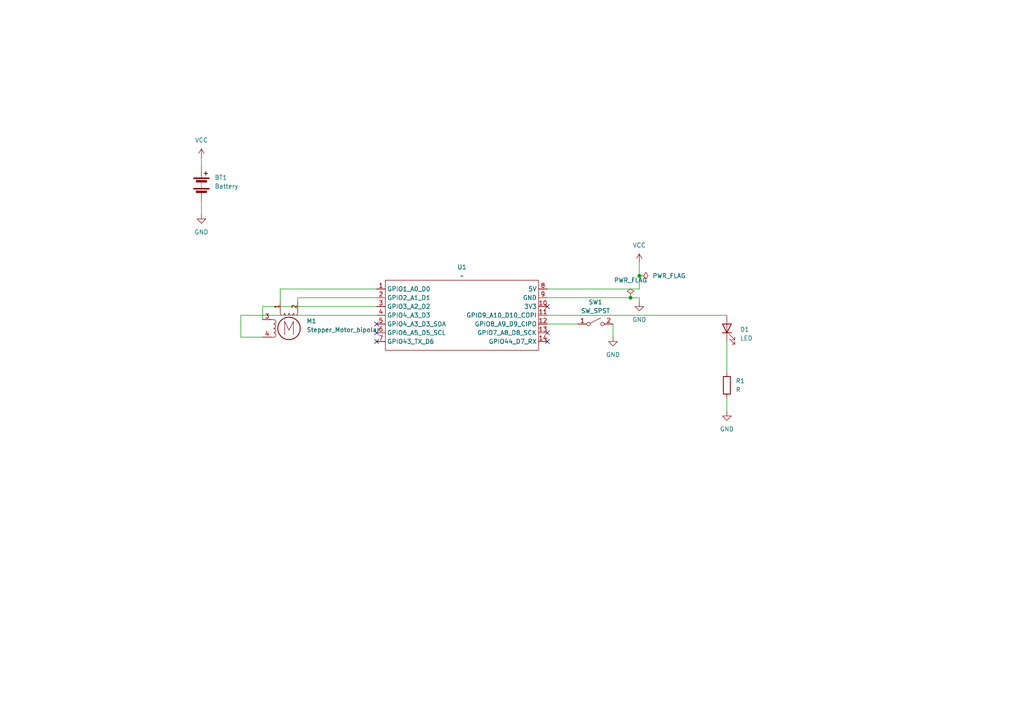
<source format=kicad_sch>
(kicad_sch
	(version 20231120)
	(generator "eeschema")
	(generator_version "8.0")
	(uuid "836a51f0-5fad-43c3-a02c-9e28275cbb77")
	(paper "A4")
	(title_block
		(title "display pcb")
		(date "2025-01-23")
		(rev "v1.0")
		(company "Lily Qin")
	)
	(lib_symbols
		(symbol "Device:Battery"
			(pin_numbers hide)
			(pin_names
				(offset 0) hide)
			(exclude_from_sim no)
			(in_bom yes)
			(on_board yes)
			(property "Reference" "BT"
				(at 2.54 2.54 0)
				(effects
					(font
						(size 1.27 1.27)
					)
					(justify left)
				)
			)
			(property "Value" "Battery"
				(at 2.54 0 0)
				(effects
					(font
						(size 1.27 1.27)
					)
					(justify left)
				)
			)
			(property "Footprint" ""
				(at 0 1.524 90)
				(effects
					(font
						(size 1.27 1.27)
					)
					(hide yes)
				)
			)
			(property "Datasheet" "~"
				(at 0 1.524 90)
				(effects
					(font
						(size 1.27 1.27)
					)
					(hide yes)
				)
			)
			(property "Description" "Multiple-cell battery"
				(at 0 0 0)
				(effects
					(font
						(size 1.27 1.27)
					)
					(hide yes)
				)
			)
			(property "ki_keywords" "batt voltage-source cell"
				(at 0 0 0)
				(effects
					(font
						(size 1.27 1.27)
					)
					(hide yes)
				)
			)
			(symbol "Battery_0_1"
				(rectangle
					(start -2.286 -1.27)
					(end 2.286 -1.524)
					(stroke
						(width 0)
						(type default)
					)
					(fill
						(type outline)
					)
				)
				(rectangle
					(start -2.286 1.778)
					(end 2.286 1.524)
					(stroke
						(width 0)
						(type default)
					)
					(fill
						(type outline)
					)
				)
				(rectangle
					(start -1.524 -2.032)
					(end 1.524 -2.54)
					(stroke
						(width 0)
						(type default)
					)
					(fill
						(type outline)
					)
				)
				(rectangle
					(start -1.524 1.016)
					(end 1.524 0.508)
					(stroke
						(width 0)
						(type default)
					)
					(fill
						(type outline)
					)
				)
				(polyline
					(pts
						(xy 0 -1.016) (xy 0 -0.762)
					)
					(stroke
						(width 0)
						(type default)
					)
					(fill
						(type none)
					)
				)
				(polyline
					(pts
						(xy 0 -0.508) (xy 0 -0.254)
					)
					(stroke
						(width 0)
						(type default)
					)
					(fill
						(type none)
					)
				)
				(polyline
					(pts
						(xy 0 0) (xy 0 0.254)
					)
					(stroke
						(width 0)
						(type default)
					)
					(fill
						(type none)
					)
				)
				(polyline
					(pts
						(xy 0 1.778) (xy 0 2.54)
					)
					(stroke
						(width 0)
						(type default)
					)
					(fill
						(type none)
					)
				)
				(polyline
					(pts
						(xy 0.762 3.048) (xy 1.778 3.048)
					)
					(stroke
						(width 0.254)
						(type default)
					)
					(fill
						(type none)
					)
				)
				(polyline
					(pts
						(xy 1.27 3.556) (xy 1.27 2.54)
					)
					(stroke
						(width 0.254)
						(type default)
					)
					(fill
						(type none)
					)
				)
			)
			(symbol "Battery_1_1"
				(pin passive line
					(at 0 5.08 270)
					(length 2.54)
					(name "+"
						(effects
							(font
								(size 1.27 1.27)
							)
						)
					)
					(number "1"
						(effects
							(font
								(size 1.27 1.27)
							)
						)
					)
				)
				(pin passive line
					(at 0 -5.08 90)
					(length 2.54)
					(name "-"
						(effects
							(font
								(size 1.27 1.27)
							)
						)
					)
					(number "2"
						(effects
							(font
								(size 1.27 1.27)
							)
						)
					)
				)
			)
		)
		(symbol "Device:LED"
			(pin_numbers hide)
			(pin_names
				(offset 1.016) hide)
			(exclude_from_sim no)
			(in_bom yes)
			(on_board yes)
			(property "Reference" "D"
				(at 0 2.54 0)
				(effects
					(font
						(size 1.27 1.27)
					)
				)
			)
			(property "Value" "LED"
				(at 0 -2.54 0)
				(effects
					(font
						(size 1.27 1.27)
					)
				)
			)
			(property "Footprint" ""
				(at 0 0 0)
				(effects
					(font
						(size 1.27 1.27)
					)
					(hide yes)
				)
			)
			(property "Datasheet" "~"
				(at 0 0 0)
				(effects
					(font
						(size 1.27 1.27)
					)
					(hide yes)
				)
			)
			(property "Description" "Light emitting diode"
				(at 0 0 0)
				(effects
					(font
						(size 1.27 1.27)
					)
					(hide yes)
				)
			)
			(property "ki_keywords" "LED diode"
				(at 0 0 0)
				(effects
					(font
						(size 1.27 1.27)
					)
					(hide yes)
				)
			)
			(property "ki_fp_filters" "LED* LED_SMD:* LED_THT:*"
				(at 0 0 0)
				(effects
					(font
						(size 1.27 1.27)
					)
					(hide yes)
				)
			)
			(symbol "LED_0_1"
				(polyline
					(pts
						(xy -1.27 -1.27) (xy -1.27 1.27)
					)
					(stroke
						(width 0.254)
						(type default)
					)
					(fill
						(type none)
					)
				)
				(polyline
					(pts
						(xy -1.27 0) (xy 1.27 0)
					)
					(stroke
						(width 0)
						(type default)
					)
					(fill
						(type none)
					)
				)
				(polyline
					(pts
						(xy 1.27 -1.27) (xy 1.27 1.27) (xy -1.27 0) (xy 1.27 -1.27)
					)
					(stroke
						(width 0.254)
						(type default)
					)
					(fill
						(type none)
					)
				)
				(polyline
					(pts
						(xy -3.048 -0.762) (xy -4.572 -2.286) (xy -3.81 -2.286) (xy -4.572 -2.286) (xy -4.572 -1.524)
					)
					(stroke
						(width 0)
						(type default)
					)
					(fill
						(type none)
					)
				)
				(polyline
					(pts
						(xy -1.778 -0.762) (xy -3.302 -2.286) (xy -2.54 -2.286) (xy -3.302 -2.286) (xy -3.302 -1.524)
					)
					(stroke
						(width 0)
						(type default)
					)
					(fill
						(type none)
					)
				)
			)
			(symbol "LED_1_1"
				(pin passive line
					(at -3.81 0 0)
					(length 2.54)
					(name "K"
						(effects
							(font
								(size 1.27 1.27)
							)
						)
					)
					(number "1"
						(effects
							(font
								(size 1.27 1.27)
							)
						)
					)
				)
				(pin passive line
					(at 3.81 0 180)
					(length 2.54)
					(name "A"
						(effects
							(font
								(size 1.27 1.27)
							)
						)
					)
					(number "2"
						(effects
							(font
								(size 1.27 1.27)
							)
						)
					)
				)
			)
		)
		(symbol "Device:R"
			(pin_numbers hide)
			(pin_names
				(offset 0)
			)
			(exclude_from_sim no)
			(in_bom yes)
			(on_board yes)
			(property "Reference" "R"
				(at 2.032 0 90)
				(effects
					(font
						(size 1.27 1.27)
					)
				)
			)
			(property "Value" "R"
				(at 0 0 90)
				(effects
					(font
						(size 1.27 1.27)
					)
				)
			)
			(property "Footprint" ""
				(at -1.778 0 90)
				(effects
					(font
						(size 1.27 1.27)
					)
					(hide yes)
				)
			)
			(property "Datasheet" "~"
				(at 0 0 0)
				(effects
					(font
						(size 1.27 1.27)
					)
					(hide yes)
				)
			)
			(property "Description" "Resistor"
				(at 0 0 0)
				(effects
					(font
						(size 1.27 1.27)
					)
					(hide yes)
				)
			)
			(property "ki_keywords" "R res resistor"
				(at 0 0 0)
				(effects
					(font
						(size 1.27 1.27)
					)
					(hide yes)
				)
			)
			(property "ki_fp_filters" "R_*"
				(at 0 0 0)
				(effects
					(font
						(size 1.27 1.27)
					)
					(hide yes)
				)
			)
			(symbol "R_0_1"
				(rectangle
					(start -1.016 -2.54)
					(end 1.016 2.54)
					(stroke
						(width 0.254)
						(type default)
					)
					(fill
						(type none)
					)
				)
			)
			(symbol "R_1_1"
				(pin passive line
					(at 0 3.81 270)
					(length 1.27)
					(name "~"
						(effects
							(font
								(size 1.27 1.27)
							)
						)
					)
					(number "1"
						(effects
							(font
								(size 1.27 1.27)
							)
						)
					)
				)
				(pin passive line
					(at 0 -3.81 90)
					(length 1.27)
					(name "~"
						(effects
							(font
								(size 1.27 1.27)
							)
						)
					)
					(number "2"
						(effects
							(font
								(size 1.27 1.27)
							)
						)
					)
				)
			)
		)
		(symbol "Motor:Stepper_Motor_bipolar"
			(pin_names
				(offset 0) hide)
			(exclude_from_sim no)
			(in_bom yes)
			(on_board yes)
			(property "Reference" "M"
				(at 3.81 2.54 0)
				(effects
					(font
						(size 1.27 1.27)
					)
					(justify left)
				)
			)
			(property "Value" "Stepper_Motor_bipolar"
				(at 3.81 1.27 0)
				(effects
					(font
						(size 1.27 1.27)
					)
					(justify left top)
				)
			)
			(property "Footprint" ""
				(at 0.254 -0.254 0)
				(effects
					(font
						(size 1.27 1.27)
					)
					(hide yes)
				)
			)
			(property "Datasheet" "http://www.infineon.com/dgdl/Application-Note-TLE8110EE_driving_UniPolarStepperMotor_V1.1.pdf?fileId=db3a30431be39b97011be5d0aa0a00b0"
				(at 0.254 -0.254 0)
				(effects
					(font
						(size 1.27 1.27)
					)
					(hide yes)
				)
			)
			(property "Description" "4-wire bipolar stepper motor"
				(at 0 0 0)
				(effects
					(font
						(size 1.27 1.27)
					)
					(hide yes)
				)
			)
			(property "ki_keywords" "bipolar stepper motor"
				(at 0 0 0)
				(effects
					(font
						(size 1.27 1.27)
					)
					(hide yes)
				)
			)
			(property "ki_fp_filters" "PinHeader*P2.54mm*Vertical* TerminalBlock* Motor*"
				(at 0 0 0)
				(effects
					(font
						(size 1.27 1.27)
					)
					(hide yes)
				)
			)
			(symbol "Stepper_Motor_bipolar_0_0"
				(polyline
					(pts
						(xy -1.27 -1.778) (xy -1.27 2.032) (xy 0 -0.508) (xy 1.27 2.032) (xy 1.27 -1.778)
					)
					(stroke
						(width 0)
						(type default)
					)
					(fill
						(type none)
					)
				)
			)
			(symbol "Stepper_Motor_bipolar_0_1"
				(arc
					(start -4.445 -2.54)
					(mid -3.8127 -1.905)
					(end -4.445 -1.27)
					(stroke
						(width 0)
						(type default)
					)
					(fill
						(type none)
					)
				)
				(arc
					(start -4.445 -1.27)
					(mid -3.8127 -0.635)
					(end -4.445 0)
					(stroke
						(width 0)
						(type default)
					)
					(fill
						(type none)
					)
				)
				(arc
					(start -4.445 0)
					(mid -3.8127 0.635)
					(end -4.445 1.27)
					(stroke
						(width 0)
						(type default)
					)
					(fill
						(type none)
					)
				)
				(arc
					(start -4.445 1.27)
					(mid -3.8127 1.905)
					(end -4.445 2.54)
					(stroke
						(width 0)
						(type default)
					)
					(fill
						(type none)
					)
				)
				(arc
					(start -2.54 4.445)
					(mid -1.905 3.8127)
					(end -1.27 4.445)
					(stroke
						(width 0)
						(type default)
					)
					(fill
						(type none)
					)
				)
				(arc
					(start -1.27 4.445)
					(mid -0.635 3.8127)
					(end 0 4.445)
					(stroke
						(width 0)
						(type default)
					)
					(fill
						(type none)
					)
				)
				(polyline
					(pts
						(xy -5.08 -2.54) (xy -4.445 -2.54)
					)
					(stroke
						(width 0)
						(type default)
					)
					(fill
						(type none)
					)
				)
				(polyline
					(pts
						(xy -5.08 2.54) (xy -4.445 2.54)
					)
					(stroke
						(width 0)
						(type default)
					)
					(fill
						(type none)
					)
				)
				(polyline
					(pts
						(xy -2.54 5.08) (xy -2.54 4.445)
					)
					(stroke
						(width 0)
						(type default)
					)
					(fill
						(type none)
					)
				)
				(polyline
					(pts
						(xy 2.54 5.08) (xy 2.54 4.445)
					)
					(stroke
						(width 0)
						(type default)
					)
					(fill
						(type none)
					)
				)
				(circle
					(center 0 0)
					(radius 3.2512)
					(stroke
						(width 0.254)
						(type default)
					)
					(fill
						(type none)
					)
				)
				(arc
					(start 0 4.445)
					(mid 0.635 3.8127)
					(end 1.27 4.445)
					(stroke
						(width 0)
						(type default)
					)
					(fill
						(type none)
					)
				)
				(arc
					(start 1.27 4.445)
					(mid 1.905 3.8127)
					(end 2.54 4.445)
					(stroke
						(width 0)
						(type default)
					)
					(fill
						(type none)
					)
				)
			)
			(symbol "Stepper_Motor_bipolar_1_1"
				(pin passive line
					(at -2.54 7.62 270)
					(length 2.54)
					(name "~"
						(effects
							(font
								(size 1.27 1.27)
							)
						)
					)
					(number "1"
						(effects
							(font
								(size 1.27 1.27)
							)
						)
					)
				)
				(pin passive line
					(at 2.54 7.62 270)
					(length 2.54)
					(name "-"
						(effects
							(font
								(size 1.27 1.27)
							)
						)
					)
					(number "2"
						(effects
							(font
								(size 1.27 1.27)
							)
						)
					)
				)
				(pin passive line
					(at -7.62 2.54 0)
					(length 2.54)
					(name "~"
						(effects
							(font
								(size 1.27 1.27)
							)
						)
					)
					(number "3"
						(effects
							(font
								(size 1.27 1.27)
							)
						)
					)
				)
				(pin passive line
					(at -7.62 -2.54 0)
					(length 2.54)
					(name "~"
						(effects
							(font
								(size 1.27 1.27)
							)
						)
					)
					(number "4"
						(effects
							(font
								(size 1.27 1.27)
							)
						)
					)
				)
			)
		)
		(symbol "Switch:SW_SPST"
			(pin_names
				(offset 0) hide)
			(exclude_from_sim no)
			(in_bom yes)
			(on_board yes)
			(property "Reference" "SW"
				(at 0 3.175 0)
				(effects
					(font
						(size 1.27 1.27)
					)
				)
			)
			(property "Value" "SW_SPST"
				(at 0 -2.54 0)
				(effects
					(font
						(size 1.27 1.27)
					)
				)
			)
			(property "Footprint" ""
				(at 0 0 0)
				(effects
					(font
						(size 1.27 1.27)
					)
					(hide yes)
				)
			)
			(property "Datasheet" "~"
				(at 0 0 0)
				(effects
					(font
						(size 1.27 1.27)
					)
					(hide yes)
				)
			)
			(property "Description" "Single Pole Single Throw (SPST) switch"
				(at 0 0 0)
				(effects
					(font
						(size 1.27 1.27)
					)
					(hide yes)
				)
			)
			(property "ki_keywords" "switch lever"
				(at 0 0 0)
				(effects
					(font
						(size 1.27 1.27)
					)
					(hide yes)
				)
			)
			(symbol "SW_SPST_0_0"
				(circle
					(center -2.032 0)
					(radius 0.508)
					(stroke
						(width 0)
						(type default)
					)
					(fill
						(type none)
					)
				)
				(polyline
					(pts
						(xy -1.524 0.254) (xy 1.524 1.778)
					)
					(stroke
						(width 0)
						(type default)
					)
					(fill
						(type none)
					)
				)
				(circle
					(center 2.032 0)
					(radius 0.508)
					(stroke
						(width 0)
						(type default)
					)
					(fill
						(type none)
					)
				)
			)
			(symbol "SW_SPST_1_1"
				(pin passive line
					(at -5.08 0 0)
					(length 2.54)
					(name "A"
						(effects
							(font
								(size 1.27 1.27)
							)
						)
					)
					(number "1"
						(effects
							(font
								(size 1.27 1.27)
							)
						)
					)
				)
				(pin passive line
					(at 5.08 0 180)
					(length 2.54)
					(name "B"
						(effects
							(font
								(size 1.27 1.27)
							)
						)
					)
					(number "2"
						(effects
							(font
								(size 1.27 1.27)
							)
						)
					)
				)
			)
		)
		(symbol "XIAO_DEMO:XIAO_ESP32_SENSE"
			(exclude_from_sim no)
			(in_bom yes)
			(on_board yes)
			(property "Reference" "U"
				(at 0 0 0)
				(effects
					(font
						(size 1.27 1.27)
					)
				)
			)
			(property "Value" ""
				(at 0 0 0)
				(effects
					(font
						(size 1.27 1.27)
					)
				)
			)
			(property "Footprint" ""
				(at 0 0 0)
				(effects
					(font
						(size 1.27 1.27)
					)
					(hide yes)
				)
			)
			(property "Datasheet" ""
				(at 0 0 0)
				(effects
					(font
						(size 1.27 1.27)
					)
					(hide yes)
				)
			)
			(property "Description" ""
				(at 0 0 0)
				(effects
					(font
						(size 1.27 1.27)
					)
					(hide yes)
				)
			)
			(symbol "XIAO_ESP32_SENSE_0_1"
				(polyline
					(pts
						(xy -20.32 8.89) (xy -20.32 -11.43) (xy 24.13 -11.43) (xy 24.13 8.89) (xy -20.32 8.89)
					)
					(stroke
						(width 0)
						(type default)
					)
					(fill
						(type none)
					)
				)
			)
			(symbol "XIAO_ESP32_SENSE_1_1"
				(pin bidirectional line
					(at -22.86 6.35 0)
					(length 2.54)
					(name "GPIO1_A0_D0"
						(effects
							(font
								(size 1.27 1.27)
							)
						)
					)
					(number "1"
						(effects
							(font
								(size 1.27 1.27)
							)
						)
					)
				)
				(pin bidirectional line
					(at 26.67 1.27 180)
					(length 2.54)
					(name "3V3"
						(effects
							(font
								(size 1.27 1.27)
							)
						)
					)
					(number "10"
						(effects
							(font
								(size 1.27 1.27)
							)
						)
					)
				)
				(pin bidirectional line
					(at 26.67 -1.27 180)
					(length 2.54)
					(name "GPIO9_A10_D10_COPI"
						(effects
							(font
								(size 1.27 1.27)
							)
						)
					)
					(number "11"
						(effects
							(font
								(size 1.27 1.27)
							)
						)
					)
				)
				(pin bidirectional line
					(at 26.67 -3.81 180)
					(length 2.54)
					(name "GPIO8_A9_D9_CIPO"
						(effects
							(font
								(size 1.27 1.27)
							)
						)
					)
					(number "12"
						(effects
							(font
								(size 1.27 1.27)
							)
						)
					)
				)
				(pin bidirectional line
					(at 26.67 -6.35 180)
					(length 2.54)
					(name "GPIO7_A8_D8_SCK"
						(effects
							(font
								(size 1.27 1.27)
							)
						)
					)
					(number "13"
						(effects
							(font
								(size 1.27 1.27)
							)
						)
					)
				)
				(pin bidirectional line
					(at 26.67 -8.89 180)
					(length 2.54)
					(name "GPIO44_D7_RX"
						(effects
							(font
								(size 1.27 1.27)
							)
						)
					)
					(number "14"
						(effects
							(font
								(size 1.27 1.27)
							)
						)
					)
				)
				(pin bidirectional line
					(at -22.86 3.81 0)
					(length 2.54)
					(name "GPIO2_A1_D1"
						(effects
							(font
								(size 1.27 1.27)
							)
						)
					)
					(number "2"
						(effects
							(font
								(size 1.27 1.27)
							)
						)
					)
				)
				(pin bidirectional line
					(at -22.86 1.27 0)
					(length 2.54)
					(name "GPIO3_A2_D2"
						(effects
							(font
								(size 1.27 1.27)
							)
						)
					)
					(number "3"
						(effects
							(font
								(size 1.27 1.27)
							)
						)
					)
				)
				(pin bidirectional line
					(at -22.86 -1.27 0)
					(length 2.54)
					(name "GPIO4_A3_D3"
						(effects
							(font
								(size 1.27 1.27)
							)
						)
					)
					(number "4"
						(effects
							(font
								(size 1.27 1.27)
							)
						)
					)
				)
				(pin bidirectional line
					(at -22.86 -3.81 0)
					(length 2.54)
					(name "GPIO4_A3_D3_SDA"
						(effects
							(font
								(size 1.27 1.27)
							)
						)
					)
					(number "5"
						(effects
							(font
								(size 1.27 1.27)
							)
						)
					)
				)
				(pin bidirectional line
					(at -22.86 -6.35 0)
					(length 2.54)
					(name "GPIO6_A5_D5_SCL"
						(effects
							(font
								(size 1.27 1.27)
							)
						)
					)
					(number "6"
						(effects
							(font
								(size 1.27 1.27)
							)
						)
					)
				)
				(pin bidirectional line
					(at -22.86 -8.89 0)
					(length 2.54)
					(name "GPIO43_TX_D6"
						(effects
							(font
								(size 1.27 1.27)
							)
						)
					)
					(number "7"
						(effects
							(font
								(size 1.27 1.27)
							)
						)
					)
				)
				(pin bidirectional line
					(at 26.67 6.35 180)
					(length 2.54)
					(name "5V"
						(effects
							(font
								(size 1.27 1.27)
							)
						)
					)
					(number "8"
						(effects
							(font
								(size 1.27 1.27)
							)
						)
					)
				)
				(pin bidirectional line
					(at 26.67 3.81 180)
					(length 2.54)
					(name "GND"
						(effects
							(font
								(size 1.27 1.27)
							)
						)
					)
					(number "9"
						(effects
							(font
								(size 1.27 1.27)
							)
						)
					)
				)
			)
		)
		(symbol "power:GND"
			(power)
			(pin_numbers hide)
			(pin_names
				(offset 0) hide)
			(exclude_from_sim no)
			(in_bom yes)
			(on_board yes)
			(property "Reference" "#PWR"
				(at 0 -6.35 0)
				(effects
					(font
						(size 1.27 1.27)
					)
					(hide yes)
				)
			)
			(property "Value" "GND"
				(at 0 -3.81 0)
				(effects
					(font
						(size 1.27 1.27)
					)
				)
			)
			(property "Footprint" ""
				(at 0 0 0)
				(effects
					(font
						(size 1.27 1.27)
					)
					(hide yes)
				)
			)
			(property "Datasheet" ""
				(at 0 0 0)
				(effects
					(font
						(size 1.27 1.27)
					)
					(hide yes)
				)
			)
			(property "Description" "Power symbol creates a global label with name \"GND\" , ground"
				(at 0 0 0)
				(effects
					(font
						(size 1.27 1.27)
					)
					(hide yes)
				)
			)
			(property "ki_keywords" "global power"
				(at 0 0 0)
				(effects
					(font
						(size 1.27 1.27)
					)
					(hide yes)
				)
			)
			(symbol "GND_0_1"
				(polyline
					(pts
						(xy 0 0) (xy 0 -1.27) (xy 1.27 -1.27) (xy 0 -2.54) (xy -1.27 -1.27) (xy 0 -1.27)
					)
					(stroke
						(width 0)
						(type default)
					)
					(fill
						(type none)
					)
				)
			)
			(symbol "GND_1_1"
				(pin power_in line
					(at 0 0 270)
					(length 0)
					(name "~"
						(effects
							(font
								(size 1.27 1.27)
							)
						)
					)
					(number "1"
						(effects
							(font
								(size 1.27 1.27)
							)
						)
					)
				)
			)
		)
		(symbol "power:PWR_FLAG"
			(power)
			(pin_numbers hide)
			(pin_names
				(offset 0) hide)
			(exclude_from_sim no)
			(in_bom yes)
			(on_board yes)
			(property "Reference" "#FLG"
				(at 0 1.905 0)
				(effects
					(font
						(size 1.27 1.27)
					)
					(hide yes)
				)
			)
			(property "Value" "PWR_FLAG"
				(at 0 3.81 0)
				(effects
					(font
						(size 1.27 1.27)
					)
				)
			)
			(property "Footprint" ""
				(at 0 0 0)
				(effects
					(font
						(size 1.27 1.27)
					)
					(hide yes)
				)
			)
			(property "Datasheet" "~"
				(at 0 0 0)
				(effects
					(font
						(size 1.27 1.27)
					)
					(hide yes)
				)
			)
			(property "Description" "Special symbol for telling ERC where power comes from"
				(at 0 0 0)
				(effects
					(font
						(size 1.27 1.27)
					)
					(hide yes)
				)
			)
			(property "ki_keywords" "flag power"
				(at 0 0 0)
				(effects
					(font
						(size 1.27 1.27)
					)
					(hide yes)
				)
			)
			(symbol "PWR_FLAG_0_0"
				(pin power_out line
					(at 0 0 90)
					(length 0)
					(name "~"
						(effects
							(font
								(size 1.27 1.27)
							)
						)
					)
					(number "1"
						(effects
							(font
								(size 1.27 1.27)
							)
						)
					)
				)
			)
			(symbol "PWR_FLAG_0_1"
				(polyline
					(pts
						(xy 0 0) (xy 0 1.27) (xy -1.016 1.905) (xy 0 2.54) (xy 1.016 1.905) (xy 0 1.27)
					)
					(stroke
						(width 0)
						(type default)
					)
					(fill
						(type none)
					)
				)
			)
		)
		(symbol "power:VCC"
			(power)
			(pin_numbers hide)
			(pin_names
				(offset 0) hide)
			(exclude_from_sim no)
			(in_bom yes)
			(on_board yes)
			(property "Reference" "#PWR"
				(at 0 -3.81 0)
				(effects
					(font
						(size 1.27 1.27)
					)
					(hide yes)
				)
			)
			(property "Value" "VCC"
				(at 0 3.556 0)
				(effects
					(font
						(size 1.27 1.27)
					)
				)
			)
			(property "Footprint" ""
				(at 0 0 0)
				(effects
					(font
						(size 1.27 1.27)
					)
					(hide yes)
				)
			)
			(property "Datasheet" ""
				(at 0 0 0)
				(effects
					(font
						(size 1.27 1.27)
					)
					(hide yes)
				)
			)
			(property "Description" "Power symbol creates a global label with name \"VCC\""
				(at 0 0 0)
				(effects
					(font
						(size 1.27 1.27)
					)
					(hide yes)
				)
			)
			(property "ki_keywords" "global power"
				(at 0 0 0)
				(effects
					(font
						(size 1.27 1.27)
					)
					(hide yes)
				)
			)
			(symbol "VCC_0_1"
				(polyline
					(pts
						(xy -0.762 1.27) (xy 0 2.54)
					)
					(stroke
						(width 0)
						(type default)
					)
					(fill
						(type none)
					)
				)
				(polyline
					(pts
						(xy 0 0) (xy 0 2.54)
					)
					(stroke
						(width 0)
						(type default)
					)
					(fill
						(type none)
					)
				)
				(polyline
					(pts
						(xy 0 2.54) (xy 0.762 1.27)
					)
					(stroke
						(width 0)
						(type default)
					)
					(fill
						(type none)
					)
				)
			)
			(symbol "VCC_1_1"
				(pin power_in line
					(at 0 0 90)
					(length 0)
					(name "~"
						(effects
							(font
								(size 1.27 1.27)
							)
						)
					)
					(number "1"
						(effects
							(font
								(size 1.27 1.27)
							)
						)
					)
				)
			)
		)
	)
	(junction
		(at 182.88 86.36)
		(diameter 0)
		(color 0 0 0 0)
		(uuid "740d3ba4-5e7c-4af2-8ab4-6a9569539995")
	)
	(junction
		(at 185.42 80.01)
		(diameter 0)
		(color 0 0 0 0)
		(uuid "75517763-ae57-45cd-936b-addb7245452f")
	)
	(no_connect
		(at 158.75 88.9)
		(uuid "3b820bc9-16f9-436b-8095-af48e9c21d56")
	)
	(no_connect
		(at 109.22 99.06)
		(uuid "9604fbb6-c6f4-4a4f-9d28-9dac5e2a7eda")
	)
	(no_connect
		(at 158.75 96.52)
		(uuid "9e959a4e-bdcd-4de1-9a94-e9158eaad92c")
	)
	(no_connect
		(at 109.22 96.52)
		(uuid "b9f9e3a6-7162-47ae-8964-2918da4042ab")
	)
	(no_connect
		(at 158.75 99.06)
		(uuid "c8b9cfb8-c01a-4aa3-a8a4-9eddbd58113c")
	)
	(no_connect
		(at 109.22 93.98)
		(uuid "f74bbf64-f719-42e2-b3e0-20bc0a5525e9")
	)
	(wire
		(pts
			(xy 58.42 58.42) (xy 58.42 62.23)
		)
		(stroke
			(width 0)
			(type default)
		)
		(uuid "08c9df45-dc23-4f99-81d7-71e43d55e3b9")
	)
	(wire
		(pts
			(xy 158.75 86.36) (xy 182.88 86.36)
		)
		(stroke
			(width 0)
			(type default)
		)
		(uuid "1cc254cb-ac11-4969-8412-850a21b6c812")
	)
	(wire
		(pts
			(xy 182.88 86.36) (xy 185.42 86.36)
		)
		(stroke
			(width 0)
			(type default)
		)
		(uuid "283f6696-b70d-43f5-8230-f37c6642528f")
	)
	(wire
		(pts
			(xy 81.28 87.63) (xy 81.28 83.82)
		)
		(stroke
			(width 0)
			(type default)
		)
		(uuid "2c74f2ad-24b9-43fe-819d-d1411c2f912d")
	)
	(wire
		(pts
			(xy 69.85 97.79) (xy 69.85 91.44)
		)
		(stroke
			(width 0)
			(type default)
		)
		(uuid "53d85d01-716b-430d-91ee-c38f1a9a2780")
	)
	(wire
		(pts
			(xy 210.82 99.06) (xy 210.82 107.95)
		)
		(stroke
			(width 0)
			(type default)
		)
		(uuid "552cebd1-a414-48ae-ad1e-a208c7235ac2")
	)
	(wire
		(pts
			(xy 58.42 45.72) (xy 58.42 48.26)
		)
		(stroke
			(width 0)
			(type default)
		)
		(uuid "58b89719-a211-4c2c-aca6-a30711c3e96b")
	)
	(wire
		(pts
			(xy 76.2 88.9) (xy 109.22 88.9)
		)
		(stroke
			(width 0)
			(type default)
		)
		(uuid "5c7518a4-0ccf-4a8b-9adc-200e6d736b25")
	)
	(wire
		(pts
			(xy 185.42 76.2) (xy 185.42 80.01)
		)
		(stroke
			(width 0)
			(type default)
		)
		(uuid "61d29899-0412-4d53-8938-b80340346afe")
	)
	(wire
		(pts
			(xy 86.36 87.63) (xy 86.36 86.36)
		)
		(stroke
			(width 0)
			(type default)
		)
		(uuid "6ab3b017-f583-4fc6-846d-7b88dfbc423b")
	)
	(wire
		(pts
			(xy 69.85 91.44) (xy 109.22 91.44)
		)
		(stroke
			(width 0)
			(type default)
		)
		(uuid "717a49cf-f333-45ed-a764-0689ddd1a852")
	)
	(wire
		(pts
			(xy 76.2 97.79) (xy 69.85 97.79)
		)
		(stroke
			(width 0)
			(type default)
		)
		(uuid "800d92c0-c630-4a15-931c-bca61cd133c8")
	)
	(wire
		(pts
			(xy 185.42 86.36) (xy 185.42 87.63)
		)
		(stroke
			(width 0)
			(type default)
		)
		(uuid "92e1c12a-c3b9-4b3a-8449-156acca17ef0")
	)
	(wire
		(pts
			(xy 81.28 83.82) (xy 109.22 83.82)
		)
		(stroke
			(width 0)
			(type default)
		)
		(uuid "94625547-d4cf-412b-8790-f4c6248e86a3")
	)
	(wire
		(pts
			(xy 158.75 93.98) (xy 167.64 93.98)
		)
		(stroke
			(width 0)
			(type default)
		)
		(uuid "9e921683-543a-4e33-b5a1-fc3885c62b54")
	)
	(wire
		(pts
			(xy 158.75 83.82) (xy 185.42 83.82)
		)
		(stroke
			(width 0)
			(type default)
		)
		(uuid "9ec29112-1689-4be2-9435-30c066a17bd7")
	)
	(wire
		(pts
			(xy 76.2 92.71) (xy 76.2 88.9)
		)
		(stroke
			(width 0)
			(type default)
		)
		(uuid "b03d21c2-ddc3-41f3-aa00-664f26a07120")
	)
	(wire
		(pts
			(xy 86.36 86.36) (xy 109.22 86.36)
		)
		(stroke
			(width 0)
			(type default)
		)
		(uuid "b8883c07-714e-4b53-902c-05a6c1d4884d")
	)
	(wire
		(pts
			(xy 177.8 93.98) (xy 177.8 97.79)
		)
		(stroke
			(width 0)
			(type default)
		)
		(uuid "b9b58723-fb54-4482-b9ad-811398e6bdc8")
	)
	(wire
		(pts
			(xy 210.82 115.57) (xy 210.82 119.38)
		)
		(stroke
			(width 0)
			(type default)
		)
		(uuid "c6affcc3-f80c-4034-b47f-25675ab02bff")
	)
	(wire
		(pts
			(xy 185.42 80.01) (xy 185.42 83.82)
		)
		(stroke
			(width 0)
			(type default)
		)
		(uuid "caa43e00-0e83-43f1-8233-e4219458bf2d")
	)
	(wire
		(pts
			(xy 158.75 91.44) (xy 210.82 91.44)
		)
		(stroke
			(width 0)
			(type default)
		)
		(uuid "f5bcda22-faea-49c6-86ae-701a42613696")
	)
	(symbol
		(lib_id "Device:R")
		(at 210.82 111.76 0)
		(unit 1)
		(exclude_from_sim no)
		(in_bom yes)
		(on_board yes)
		(dnp no)
		(fields_autoplaced yes)
		(uuid "0e36e7dd-0460-46be-ae6e-f5835c1d37e3")
		(property "Reference" "R1"
			(at 213.36 110.4899 0)
			(effects
				(font
					(size 1.27 1.27)
				)
				(justify left)
			)
		)
		(property "Value" "R"
			(at 213.36 113.0299 0)
			(effects
				(font
					(size 1.27 1.27)
				)
				(justify left)
			)
		)
		(property "Footprint" "Resistor_SMD:R_0805_2012Metric_Pad1.20x1.40mm_HandSolder"
			(at 209.042 111.76 90)
			(effects
				(font
					(size 1.27 1.27)
				)
				(hide yes)
			)
		)
		(property "Datasheet" "~"
			(at 210.82 111.76 0)
			(effects
				(font
					(size 1.27 1.27)
				)
				(hide yes)
			)
		)
		(property "Description" "Resistor"
			(at 210.82 111.76 0)
			(effects
				(font
					(size 1.27 1.27)
				)
				(hide yes)
			)
		)
		(pin "1"
			(uuid "9cec071b-0049-4d9f-b506-5b6904801359")
		)
		(pin "2"
			(uuid "54ee412c-e3a1-476f-b888-8193938dbd3b")
		)
		(instances
			(project ""
				(path "/836a51f0-5fad-43c3-a02c-9e28275cbb77"
					(reference "R1")
					(unit 1)
				)
			)
		)
	)
	(symbol
		(lib_id "Device:Battery")
		(at 58.42 53.34 0)
		(unit 1)
		(exclude_from_sim no)
		(in_bom yes)
		(on_board yes)
		(dnp no)
		(fields_autoplaced yes)
		(uuid "0e55fb27-ca4b-40eb-8d76-66b516727b2d")
		(property "Reference" "BT1"
			(at 62.23 51.4984 0)
			(effects
				(font
					(size 1.27 1.27)
				)
				(justify left)
			)
		)
		(property "Value" "Battery"
			(at 62.23 54.0384 0)
			(effects
				(font
					(size 1.27 1.27)
				)
				(justify left)
			)
		)
		(property "Footprint" "Connector_JST:JST_PH_B2B-PH-K_1x02_P2.00mm_Vertical"
			(at 58.42 51.816 90)
			(effects
				(font
					(size 1.27 1.27)
				)
				(hide yes)
			)
		)
		(property "Datasheet" "~"
			(at 58.42 51.816 90)
			(effects
				(font
					(size 1.27 1.27)
				)
				(hide yes)
			)
		)
		(property "Description" "Multiple-cell battery"
			(at 58.42 53.34 0)
			(effects
				(font
					(size 1.27 1.27)
				)
				(hide yes)
			)
		)
		(pin "1"
			(uuid "afa1d3c1-4ff5-4d29-b1ff-7d711cfbb476")
		)
		(pin "2"
			(uuid "7500508d-50f0-43c7-ba40-9f4ab68e1f0f")
		)
		(instances
			(project ""
				(path "/836a51f0-5fad-43c3-a02c-9e28275cbb77"
					(reference "BT1")
					(unit 1)
				)
			)
		)
	)
	(symbol
		(lib_id "power:VCC")
		(at 58.42 45.72 0)
		(unit 1)
		(exclude_from_sim no)
		(in_bom yes)
		(on_board yes)
		(dnp no)
		(fields_autoplaced yes)
		(uuid "1c2e6bee-a50a-4e38-9b40-a721c7242965")
		(property "Reference" "#PWR04"
			(at 58.42 49.53 0)
			(effects
				(font
					(size 1.27 1.27)
				)
				(hide yes)
			)
		)
		(property "Value" "VCC"
			(at 58.42 40.64 0)
			(effects
				(font
					(size 1.27 1.27)
				)
			)
		)
		(property "Footprint" ""
			(at 58.42 45.72 0)
			(effects
				(font
					(size 1.27 1.27)
				)
				(hide yes)
			)
		)
		(property "Datasheet" ""
			(at 58.42 45.72 0)
			(effects
				(font
					(size 1.27 1.27)
				)
				(hide yes)
			)
		)
		(property "Description" "Power symbol creates a global label with name \"VCC\""
			(at 58.42 45.72 0)
			(effects
				(font
					(size 1.27 1.27)
				)
				(hide yes)
			)
		)
		(pin "1"
			(uuid "c54ab112-c2c5-4213-9621-770190e326ce")
		)
		(instances
			(project "514_final_sensor_pcb"
				(path "/836a51f0-5fad-43c3-a02c-9e28275cbb77"
					(reference "#PWR04")
					(unit 1)
				)
			)
		)
	)
	(symbol
		(lib_id "power:GND")
		(at 58.42 62.23 0)
		(unit 1)
		(exclude_from_sim no)
		(in_bom yes)
		(on_board yes)
		(dnp no)
		(fields_autoplaced yes)
		(uuid "1d0fa02c-253e-4318-8f1d-f752f364de9f")
		(property "Reference" "#PWR05"
			(at 58.42 68.58 0)
			(effects
				(font
					(size 1.27 1.27)
				)
				(hide yes)
			)
		)
		(property "Value" "GND"
			(at 58.42 67.31 0)
			(effects
				(font
					(size 1.27 1.27)
				)
			)
		)
		(property "Footprint" ""
			(at 58.42 62.23 0)
			(effects
				(font
					(size 1.27 1.27)
				)
				(hide yes)
			)
		)
		(property "Datasheet" ""
			(at 58.42 62.23 0)
			(effects
				(font
					(size 1.27 1.27)
				)
				(hide yes)
			)
		)
		(property "Description" "Power symbol creates a global label with name \"GND\" , ground"
			(at 58.42 62.23 0)
			(effects
				(font
					(size 1.27 1.27)
				)
				(hide yes)
			)
		)
		(pin "1"
			(uuid "3e085fba-da1d-4edc-8048-7d39ed5f7e2b")
		)
		(instances
			(project "514_final_sensor_pcb"
				(path "/836a51f0-5fad-43c3-a02c-9e28275cbb77"
					(reference "#PWR05")
					(unit 1)
				)
			)
		)
	)
	(symbol
		(lib_id "power:PWR_FLAG")
		(at 185.42 80.01 270)
		(unit 1)
		(exclude_from_sim no)
		(in_bom yes)
		(on_board yes)
		(dnp no)
		(fields_autoplaced yes)
		(uuid "2ce9ae5c-2c68-4915-bd1f-05c6d2aea205")
		(property "Reference" "#FLG01"
			(at 187.325 80.01 0)
			(effects
				(font
					(size 1.27 1.27)
				)
				(hide yes)
			)
		)
		(property "Value" "PWR_FLAG"
			(at 189.23 80.0099 90)
			(effects
				(font
					(size 1.27 1.27)
				)
				(justify left)
			)
		)
		(property "Footprint" ""
			(at 185.42 80.01 0)
			(effects
				(font
					(size 1.27 1.27)
				)
				(hide yes)
			)
		)
		(property "Datasheet" "~"
			(at 185.42 80.01 0)
			(effects
				(font
					(size 1.27 1.27)
				)
				(hide yes)
			)
		)
		(property "Description" "Special symbol for telling ERC where power comes from"
			(at 185.42 80.01 0)
			(effects
				(font
					(size 1.27 1.27)
				)
				(hide yes)
			)
		)
		(pin "1"
			(uuid "fc77e8e8-92c0-4c90-bc3e-b1dfd02ac662")
		)
		(instances
			(project ""
				(path "/836a51f0-5fad-43c3-a02c-9e28275cbb77"
					(reference "#FLG01")
					(unit 1)
				)
			)
		)
	)
	(symbol
		(lib_id "power:VCC")
		(at 185.42 76.2 0)
		(unit 1)
		(exclude_from_sim no)
		(in_bom yes)
		(on_board yes)
		(dnp no)
		(fields_autoplaced yes)
		(uuid "717ab59d-15f4-41eb-8fd6-d4b86277cb3a")
		(property "Reference" "#PWR01"
			(at 185.42 80.01 0)
			(effects
				(font
					(size 1.27 1.27)
				)
				(hide yes)
			)
		)
		(property "Value" "VCC"
			(at 185.42 71.12 0)
			(effects
				(font
					(size 1.27 1.27)
				)
			)
		)
		(property "Footprint" ""
			(at 185.42 76.2 0)
			(effects
				(font
					(size 1.27 1.27)
				)
				(hide yes)
			)
		)
		(property "Datasheet" ""
			(at 185.42 76.2 0)
			(effects
				(font
					(size 1.27 1.27)
				)
				(hide yes)
			)
		)
		(property "Description" "Power symbol creates a global label with name \"VCC\""
			(at 185.42 76.2 0)
			(effects
				(font
					(size 1.27 1.27)
				)
				(hide yes)
			)
		)
		(pin "1"
			(uuid "daa1ef1e-c3a3-4557-b729-6385991b87fe")
		)
		(instances
			(project ""
				(path "/836a51f0-5fad-43c3-a02c-9e28275cbb77"
					(reference "#PWR01")
					(unit 1)
				)
			)
		)
	)
	(symbol
		(lib_id "XIAO_DEMO:XIAO_ESP32_SENSE")
		(at 132.08 90.17 0)
		(unit 1)
		(exclude_from_sim no)
		(in_bom yes)
		(on_board yes)
		(dnp no)
		(fields_autoplaced yes)
		(uuid "840bf87e-b941-425b-aeb9-2bf29637cb2c")
		(property "Reference" "U1"
			(at 133.985 77.47 0)
			(effects
				(font
					(size 1.27 1.27)
				)
			)
		)
		(property "Value" "~"
			(at 133.985 80.01 0)
			(effects
				(font
					(size 1.27 1.27)
				)
			)
		)
		(property "Footprint" "demo_xiao:XIAO_ESP32_SENSE"
			(at 132.08 90.17 0)
			(effects
				(font
					(size 1.27 1.27)
				)
				(hide yes)
			)
		)
		(property "Datasheet" ""
			(at 132.08 90.17 0)
			(effects
				(font
					(size 1.27 1.27)
				)
				(hide yes)
			)
		)
		(property "Description" ""
			(at 132.08 90.17 0)
			(effects
				(font
					(size 1.27 1.27)
				)
				(hide yes)
			)
		)
		(pin "7"
			(uuid "e6852ddb-a1b2-4a63-a849-726dc89fcb90")
		)
		(pin "12"
			(uuid "8a6bacfd-2e8e-4990-a837-59d5ededa2a5")
		)
		(pin "8"
			(uuid "e3bcd411-2b9c-42c5-b825-d1e54b342ba6")
		)
		(pin "13"
			(uuid "6a36f522-03f8-41c7-a452-2247b7d9a68c")
		)
		(pin "14"
			(uuid "97baeb94-1705-4a03-ab6e-fee97a0a0390")
		)
		(pin "10"
			(uuid "516cffde-392c-40bd-ab37-1c3b8623d9fd")
		)
		(pin "3"
			(uuid "f53eff70-fffb-4725-b82b-fb79983c7332")
		)
		(pin "5"
			(uuid "bd6686c1-bcab-44d4-b89c-6c3c9393f258")
		)
		(pin "9"
			(uuid "83a5a191-b919-4e0f-88eb-50b2e928d244")
		)
		(pin "4"
			(uuid "a1fc52d8-d59b-4177-b226-6fec39b41125")
		)
		(pin "11"
			(uuid "4ecc7d11-f869-4ed4-bb34-0236a7dd4d31")
		)
		(pin "2"
			(uuid "93745058-bf84-4d7b-8e62-7398897c7cee")
		)
		(pin "6"
			(uuid "02b3f948-862c-4fd1-bb86-7033f945ffdf")
		)
		(pin "1"
			(uuid "9b8918f3-6e3a-489e-a974-dbd424335677")
		)
		(instances
			(project ""
				(path "/836a51f0-5fad-43c3-a02c-9e28275cbb77"
					(reference "U1")
					(unit 1)
				)
			)
		)
	)
	(symbol
		(lib_id "power:GND")
		(at 210.82 119.38 0)
		(unit 1)
		(exclude_from_sim no)
		(in_bom yes)
		(on_board yes)
		(dnp no)
		(fields_autoplaced yes)
		(uuid "985cfddd-0be0-49dc-9aac-168a7235879d")
		(property "Reference" "#PWR03"
			(at 210.82 125.73 0)
			(effects
				(font
					(size 1.27 1.27)
				)
				(hide yes)
			)
		)
		(property "Value" "GND"
			(at 210.82 124.46 0)
			(effects
				(font
					(size 1.27 1.27)
				)
			)
		)
		(property "Footprint" ""
			(at 210.82 119.38 0)
			(effects
				(font
					(size 1.27 1.27)
				)
				(hide yes)
			)
		)
		(property "Datasheet" ""
			(at 210.82 119.38 0)
			(effects
				(font
					(size 1.27 1.27)
				)
				(hide yes)
			)
		)
		(property "Description" "Power symbol creates a global label with name \"GND\" , ground"
			(at 210.82 119.38 0)
			(effects
				(font
					(size 1.27 1.27)
				)
				(hide yes)
			)
		)
		(pin "1"
			(uuid "5ab93c6a-fded-4d5a-9487-13293c81ade3")
		)
		(instances
			(project "514_final_sensor_pcb"
				(path "/836a51f0-5fad-43c3-a02c-9e28275cbb77"
					(reference "#PWR03")
					(unit 1)
				)
			)
		)
	)
	(symbol
		(lib_id "Switch:SW_SPST")
		(at 172.72 93.98 0)
		(unit 1)
		(exclude_from_sim no)
		(in_bom yes)
		(on_board yes)
		(dnp no)
		(fields_autoplaced yes)
		(uuid "a3bd7c73-0f79-4d3e-97dc-dd3a3fdbad97")
		(property "Reference" "SW1"
			(at 172.72 87.63 0)
			(effects
				(font
					(size 1.27 1.27)
				)
			)
		)
		(property "Value" "SW_SPST"
			(at 172.72 90.17 0)
			(effects
				(font
					(size 1.27 1.27)
				)
			)
		)
		(property "Footprint" "Button_Switch_THT:SW_PUSH-12mm"
			(at 172.72 93.98 0)
			(effects
				(font
					(size 1.27 1.27)
				)
				(hide yes)
			)
		)
		(property "Datasheet" "~"
			(at 172.72 93.98 0)
			(effects
				(font
					(size 1.27 1.27)
				)
				(hide yes)
			)
		)
		(property "Description" "Single Pole Single Throw (SPST) switch"
			(at 172.72 93.98 0)
			(effects
				(font
					(size 1.27 1.27)
				)
				(hide yes)
			)
		)
		(pin "2"
			(uuid "5627f5b0-37d5-4126-bdfc-968af66bb846")
		)
		(pin "1"
			(uuid "6e98f4a9-ba34-4590-80fb-c8ca5b7a525c")
		)
		(instances
			(project ""
				(path "/836a51f0-5fad-43c3-a02c-9e28275cbb77"
					(reference "SW1")
					(unit 1)
				)
			)
		)
	)
	(symbol
		(lib_id "power:GND")
		(at 185.42 87.63 0)
		(unit 1)
		(exclude_from_sim no)
		(in_bom yes)
		(on_board yes)
		(dnp no)
		(fields_autoplaced yes)
		(uuid "a77b3248-7c13-4f7c-be4e-8aa3fd185176")
		(property "Reference" "#PWR02"
			(at 185.42 93.98 0)
			(effects
				(font
					(size 1.27 1.27)
				)
				(hide yes)
			)
		)
		(property "Value" "GND"
			(at 185.42 92.71 0)
			(effects
				(font
					(size 1.27 1.27)
				)
			)
		)
		(property "Footprint" ""
			(at 185.42 87.63 0)
			(effects
				(font
					(size 1.27 1.27)
				)
				(hide yes)
			)
		)
		(property "Datasheet" ""
			(at 185.42 87.63 0)
			(effects
				(font
					(size 1.27 1.27)
				)
				(hide yes)
			)
		)
		(property "Description" "Power symbol creates a global label with name \"GND\" , ground"
			(at 185.42 87.63 0)
			(effects
				(font
					(size 1.27 1.27)
				)
				(hide yes)
			)
		)
		(pin "1"
			(uuid "da2949ee-5036-4030-83ed-70108a0e49c1")
		)
		(instances
			(project ""
				(path "/836a51f0-5fad-43c3-a02c-9e28275cbb77"
					(reference "#PWR02")
					(unit 1)
				)
			)
		)
	)
	(symbol
		(lib_id "Device:LED")
		(at 210.82 95.25 90)
		(unit 1)
		(exclude_from_sim no)
		(in_bom yes)
		(on_board yes)
		(dnp no)
		(fields_autoplaced yes)
		(uuid "ab27f0c8-e1b9-4fbc-9e43-b7f3aec9b85c")
		(property "Reference" "D1"
			(at 214.63 95.5674 90)
			(effects
				(font
					(size 1.27 1.27)
				)
				(justify right)
			)
		)
		(property "Value" "LED"
			(at 214.63 98.1074 90)
			(effects
				(font
					(size 1.27 1.27)
				)
				(justify right)
			)
		)
		(property "Footprint" "LED_SMD:LED_0805_2012Metric_Pad1.15x1.40mm_HandSolder"
			(at 210.82 95.25 0)
			(effects
				(font
					(size 1.27 1.27)
				)
				(hide yes)
			)
		)
		(property "Datasheet" "~"
			(at 210.82 95.25 0)
			(effects
				(font
					(size 1.27 1.27)
				)
				(hide yes)
			)
		)
		(property "Description" "Light emitting diode"
			(at 210.82 95.25 0)
			(effects
				(font
					(size 1.27 1.27)
				)
				(hide yes)
			)
		)
		(pin "2"
			(uuid "e49bc2e0-8407-4913-9586-7a39633b5167")
		)
		(pin "1"
			(uuid "54476f33-64da-4258-be34-8e9b60424209")
		)
		(instances
			(project ""
				(path "/836a51f0-5fad-43c3-a02c-9e28275cbb77"
					(reference "D1")
					(unit 1)
				)
			)
		)
	)
	(symbol
		(lib_id "Motor:Stepper_Motor_bipolar")
		(at 83.82 95.25 0)
		(unit 1)
		(exclude_from_sim no)
		(in_bom yes)
		(on_board yes)
		(dnp no)
		(fields_autoplaced yes)
		(uuid "ad747bdd-fb37-4c97-ad11-ab29443b7431")
		(property "Reference" "M1"
			(at 88.9 93.129 0)
			(effects
				(font
					(size 1.27 1.27)
				)
				(justify left)
			)
		)
		(property "Value" "Stepper_Motor_bipolar"
			(at 88.9 95.669 0)
			(effects
				(font
					(size 1.27 1.27)
				)
				(justify left)
			)
		)
		(property "Footprint" "demo_motor:x27_stepper"
			(at 84.074 95.504 0)
			(effects
				(font
					(size 1.27 1.27)
				)
				(hide yes)
			)
		)
		(property "Datasheet" "http://www.infineon.com/dgdl/Application-Note-TLE8110EE_driving_UniPolarStepperMotor_V1.1.pdf?fileId=db3a30431be39b97011be5d0aa0a00b0"
			(at 84.074 95.504 0)
			(effects
				(font
					(size 1.27 1.27)
				)
				(hide yes)
			)
		)
		(property "Description" "4-wire bipolar stepper motor"
			(at 83.82 95.25 0)
			(effects
				(font
					(size 1.27 1.27)
				)
				(hide yes)
			)
		)
		(pin "1"
			(uuid "5f4e63d5-16b1-4456-ac8f-9711083909e4")
		)
		(pin "4"
			(uuid "ceead91b-c321-4d26-b7bb-1e8969ff8f55")
		)
		(pin "3"
			(uuid "ef412b31-2e78-4924-ab04-21b6071004a1")
		)
		(pin "2"
			(uuid "be8164b3-3c74-40ba-94a2-c5331761eb6f")
		)
		(instances
			(project ""
				(path "/836a51f0-5fad-43c3-a02c-9e28275cbb77"
					(reference "M1")
					(unit 1)
				)
			)
		)
	)
	(symbol
		(lib_id "power:GND")
		(at 177.8 97.79 0)
		(unit 1)
		(exclude_from_sim no)
		(in_bom yes)
		(on_board yes)
		(dnp no)
		(fields_autoplaced yes)
		(uuid "b4a28ead-e648-4feb-b88b-9f59363c28fa")
		(property "Reference" "#PWR06"
			(at 177.8 104.14 0)
			(effects
				(font
					(size 1.27 1.27)
				)
				(hide yes)
			)
		)
		(property "Value" "GND"
			(at 177.8 102.87 0)
			(effects
				(font
					(size 1.27 1.27)
				)
			)
		)
		(property "Footprint" ""
			(at 177.8 97.79 0)
			(effects
				(font
					(size 1.27 1.27)
				)
				(hide yes)
			)
		)
		(property "Datasheet" ""
			(at 177.8 97.79 0)
			(effects
				(font
					(size 1.27 1.27)
				)
				(hide yes)
			)
		)
		(property "Description" "Power symbol creates a global label with name \"GND\" , ground"
			(at 177.8 97.79 0)
			(effects
				(font
					(size 1.27 1.27)
				)
				(hide yes)
			)
		)
		(pin "1"
			(uuid "b92b6593-e8d8-4d3d-947c-90bcc83a1fcd")
		)
		(instances
			(project "514_final_sensor_pcb"
				(path "/836a51f0-5fad-43c3-a02c-9e28275cbb77"
					(reference "#PWR06")
					(unit 1)
				)
			)
		)
	)
	(symbol
		(lib_id "power:PWR_FLAG")
		(at 182.88 86.36 0)
		(unit 1)
		(exclude_from_sim no)
		(in_bom yes)
		(on_board yes)
		(dnp no)
		(fields_autoplaced yes)
		(uuid "d95f1e36-ba90-45a8-ba34-7c8bc04b3ccb")
		(property "Reference" "#FLG02"
			(at 182.88 84.455 0)
			(effects
				(font
					(size 1.27 1.27)
				)
				(hide yes)
			)
		)
		(property "Value" "PWR_FLAG"
			(at 182.88 81.28 0)
			(effects
				(font
					(size 1.27 1.27)
				)
			)
		)
		(property "Footprint" ""
			(at 182.88 86.36 0)
			(effects
				(font
					(size 1.27 1.27)
				)
				(hide yes)
			)
		)
		(property "Datasheet" "~"
			(at 182.88 86.36 0)
			(effects
				(font
					(size 1.27 1.27)
				)
				(hide yes)
			)
		)
		(property "Description" "Special symbol for telling ERC where power comes from"
			(at 182.88 86.36 0)
			(effects
				(font
					(size 1.27 1.27)
				)
				(hide yes)
			)
		)
		(pin "1"
			(uuid "d1c1e686-7834-4f9d-91eb-ba103a511a46")
		)
		(instances
			(project ""
				(path "/836a51f0-5fad-43c3-a02c-9e28275cbb77"
					(reference "#FLG02")
					(unit 1)
				)
			)
		)
	)
	(sheet_instances
		(path "/"
			(page "1")
		)
	)
)

</source>
